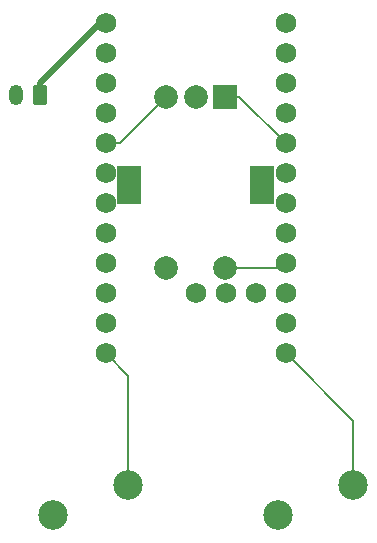
<source format=gtl>
G04 #@! TF.GenerationSoftware,KiCad,Pcbnew,8.0.7*
G04 #@! TF.CreationDate,2024-12-28T18:40:06+08:00*
G04 #@! TF.ProjectId,macroknob,6d616372-6f6b-46e6-9f62-2e6b69636164,rev?*
G04 #@! TF.SameCoordinates,Original*
G04 #@! TF.FileFunction,Copper,L1,Top*
G04 #@! TF.FilePolarity,Positive*
%FSLAX46Y46*%
G04 Gerber Fmt 4.6, Leading zero omitted, Abs format (unit mm)*
G04 Created by KiCad (PCBNEW 8.0.7) date 2024-12-28 18:40:06*
%MOMM*%
%LPD*%
G01*
G04 APERTURE LIST*
G04 Aperture macros list*
%AMRoundRect*
0 Rectangle with rounded corners*
0 $1 Rounding radius*
0 $2 $3 $4 $5 $6 $7 $8 $9 X,Y pos of 4 corners*
0 Add a 4 corners polygon primitive as box body*
4,1,4,$2,$3,$4,$5,$6,$7,$8,$9,$2,$3,0*
0 Add four circle primitives for the rounded corners*
1,1,$1+$1,$2,$3*
1,1,$1+$1,$4,$5*
1,1,$1+$1,$6,$7*
1,1,$1+$1,$8,$9*
0 Add four rect primitives between the rounded corners*
20,1,$1+$1,$2,$3,$4,$5,0*
20,1,$1+$1,$4,$5,$6,$7,0*
20,1,$1+$1,$6,$7,$8,$9,0*
20,1,$1+$1,$8,$9,$2,$3,0*%
G04 Aperture macros list end*
G04 #@! TA.AperFunction,ComponentPad*
%ADD10C,2.000000*%
G04 #@! TD*
G04 #@! TA.AperFunction,ComponentPad*
%ADD11R,2.000000X3.200000*%
G04 #@! TD*
G04 #@! TA.AperFunction,ComponentPad*
%ADD12R,2.000000X2.000000*%
G04 #@! TD*
G04 #@! TA.AperFunction,ComponentPad*
%ADD13C,1.752600*%
G04 #@! TD*
G04 #@! TA.AperFunction,ComponentPad*
%ADD14C,2.500000*%
G04 #@! TD*
G04 #@! TA.AperFunction,ComponentPad*
%ADD15O,1.200000X1.750000*%
G04 #@! TD*
G04 #@! TA.AperFunction,ComponentPad*
%ADD16RoundRect,0.250000X0.350000X0.625000X-0.350000X0.625000X-0.350000X-0.625000X0.350000X-0.625000X0*%
G04 #@! TD*
G04 #@! TA.AperFunction,Conductor*
%ADD17C,0.500000*%
G04 #@! TD*
G04 #@! TA.AperFunction,Conductor*
%ADD18C,0.200000*%
G04 #@! TD*
G04 APERTURE END LIST*
D10*
X117435000Y-46370000D03*
X112435000Y-46370000D03*
D11*
X109335000Y-39370000D03*
X120535000Y-39370000D03*
D10*
X114935000Y-31870000D03*
X112435000Y-31870000D03*
D12*
X117435000Y-31870000D03*
D13*
X114935000Y-48495000D03*
X117475000Y-48495000D03*
X120015000Y-48495000D03*
X107315000Y-25635000D03*
X107315000Y-28175000D03*
X107315000Y-30715000D03*
X107315000Y-33255000D03*
X107315000Y-35795000D03*
X107315000Y-38335000D03*
X107315000Y-40875000D03*
X107315000Y-43415000D03*
X107315000Y-45955000D03*
X107315000Y-48495000D03*
X107315000Y-51035000D03*
X107315000Y-53575000D03*
X122555000Y-53575000D03*
X122555000Y-51035000D03*
X122555000Y-48495000D03*
X122555000Y-45955000D03*
X122555000Y-43415000D03*
X122555000Y-40875000D03*
X122555000Y-38335000D03*
X122555000Y-35795000D03*
X122555000Y-33255000D03*
X122555000Y-30715000D03*
X122555000Y-28175000D03*
X122555000Y-25635000D03*
D14*
X121920000Y-67310000D03*
X128270000Y-64770000D03*
X109220000Y-64770000D03*
X102870000Y-67310000D03*
D15*
X99735086Y-31750000D03*
D16*
X101735086Y-31750000D03*
D17*
X106830043Y-25635000D02*
X107315000Y-25635000D01*
X101735086Y-31750000D02*
X101735086Y-30729957D01*
X101735086Y-30729957D02*
X106830043Y-25635000D01*
D18*
X122140000Y-46370000D02*
X122555000Y-45955000D01*
X117435000Y-46370000D02*
X122140000Y-46370000D01*
X118630000Y-31870000D02*
X122555000Y-35795000D01*
X117435000Y-31870000D02*
X118630000Y-31870000D01*
X108510000Y-35795000D02*
X107315000Y-35795000D01*
X112435000Y-31870000D02*
X108510000Y-35795000D01*
X109220000Y-55480000D02*
X107315000Y-53575000D01*
X109220000Y-64770000D02*
X109220000Y-55480000D01*
X128270000Y-59290000D02*
X122555000Y-53575000D01*
X128270000Y-64770000D02*
X128270000Y-59290000D01*
M02*

</source>
